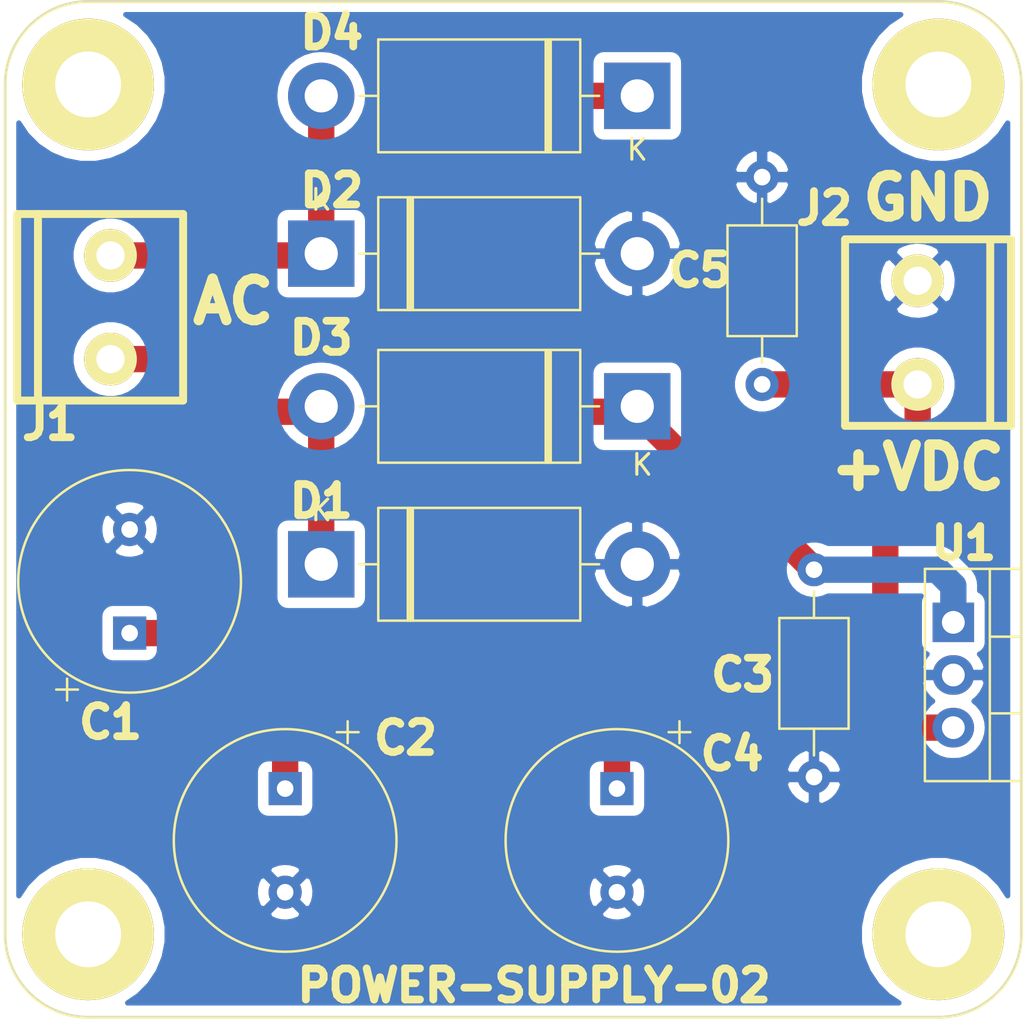
<source format=kicad_pcb>
(kicad_pcb (version 20171130) (host pcbnew "(5.0.2)-1")

  (general
    (thickness 1.6)
    (drawings 12)
    (tracks 38)
    (zones 0)
    (modules 13)
    (nets 6)
  )

  (page A4)
  (layers
    (0 F.Cu signal)
    (31 B.Cu signal)
    (32 B.Adhes user hide)
    (33 F.Adhes user hide)
    (34 B.Paste user hide)
    (35 F.Paste user hide)
    (36 B.SilkS user)
    (37 F.SilkS user)
    (38 B.Mask user)
    (39 F.Mask user)
    (40 Dwgs.User user)
    (41 Cmts.User user)
    (42 Eco1.User user hide)
    (43 Eco2.User user hide)
    (44 Edge.Cuts user)
    (45 Margin user hide)
    (46 B.CrtYd user hide)
    (47 F.CrtYd user hide)
    (48 B.Fab user hide)
    (49 F.Fab user hide)
  )

  (setup
    (last_trace_width 0.25)
    (user_trace_width 0.635)
    (user_trace_width 1.27)
    (trace_clearance 0.2)
    (zone_clearance 0.508)
    (zone_45_only no)
    (trace_min 0.2)
    (segment_width 0.2)
    (edge_width 0.05)
    (via_size 0.8)
    (via_drill 0.4)
    (via_min_size 0.4)
    (via_min_drill 0.3)
    (uvia_size 0.3)
    (uvia_drill 0.1)
    (uvias_allowed no)
    (uvia_min_size 0.2)
    (uvia_min_drill 0.1)
    (pcb_text_width 0.3)
    (pcb_text_size 1.5 1.5)
    (mod_edge_width 0.12)
    (mod_text_size 1 1)
    (mod_text_width 0.15)
    (pad_size 1.524 1.524)
    (pad_drill 0.762)
    (pad_to_mask_clearance 0.051)
    (solder_mask_min_width 0.25)
    (aux_axis_origin 0 0)
    (visible_elements 7FFFFF7F)
    (pcbplotparams
      (layerselection 0x010fc_ffffffff)
      (usegerberextensions false)
      (usegerberattributes false)
      (usegerberadvancedattributes false)
      (creategerberjobfile false)
      (excludeedgelayer true)
      (linewidth 0.100000)
      (plotframeref false)
      (viasonmask false)
      (mode 1)
      (useauxorigin false)
      (hpglpennumber 1)
      (hpglpenspeed 20)
      (hpglpendiameter 15.000000)
      (psnegative false)
      (psa4output false)
      (plotreference true)
      (plotvalue true)
      (plotinvisibletext false)
      (padsonsilk false)
      (subtractmaskfromsilk false)
      (outputformat 1)
      (mirror false)
      (drillshape 0)
      (scaleselection 1)
      (outputdirectory "plots/"))
  )

  (net 0 "")
  (net 1 /VDC)
  (net 2 /GND)
  (net 3 /5V)
  (net 4 "Net-(D1-Pad1)")
  (net 5 "Net-(D2-Pad1)")

  (net_class Default "This is the default net class."
    (clearance 0.2)
    (trace_width 0.25)
    (via_dia 0.8)
    (via_drill 0.4)
    (uvia_dia 0.3)
    (uvia_drill 0.1)
    (add_net /5V)
    (add_net /GND)
    (add_net /VDC)
    (add_net "Net-(D1-Pad1)")
    (add_net "Net-(D2-Pad1)")
  )

  (module Capacitor_THT:CP_Radial_Tantal_D10.5mm_P5.00mm (layer F.Cu) (tedit 5AE50EF0) (tstamp 5F79B9E1)
    (at 6 30.5 90)
    (descr "CP, Radial_Tantal series, Radial, pin pitch=5.00mm, , diameter=10.5mm, Tantal Electrolytic Capacitor, http://cdn-reichelt.de/documents/datenblatt/B300/TANTAL-TB-Serie%23.pdf")
    (tags "CP Radial_Tantal series Radial pin pitch 5.00mm  diameter 10.5mm Tantal Electrolytic Capacitor")
    (path /5F79D174)
    (fp_text reference C1 (at -4.298 -0.92 180) (layer F.SilkS)
      (effects (font (size 1.5 1.5) (thickness 0.45)))
    )
    (fp_text value 1200uF (at 2.5 6.5 90) (layer F.Fab)
      (effects (font (size 1 1) (thickness 0.15)))
    )
    (fp_circle (center 2.5 0) (end 7.75 0) (layer F.Fab) (width 0.1))
    (fp_circle (center 2.5 0) (end 7.87 0) (layer F.SilkS) (width 0.12))
    (fp_circle (center 2.5 0) (end 8 0) (layer F.CrtYd) (width 0.05))
    (fp_line (start -2.004387 -2.2975) (end -0.954387 -2.2975) (layer F.Fab) (width 0.1))
    (fp_line (start -1.479387 -2.8225) (end -1.479387 -1.7725) (layer F.Fab) (width 0.1))
    (fp_line (start -3.247133 -3.015) (end -2.197133 -3.015) (layer F.SilkS) (width 0.12))
    (fp_line (start -2.722133 -3.54) (end -2.722133 -2.49) (layer F.SilkS) (width 0.12))
    (fp_text user %R (at 2.5 0 90) (layer F.SilkS) hide
      (effects (font (size 1.5 1.5) (thickness 0.375)))
    )
    (pad 1 thru_hole rect (at 0 0 90) (size 1.6 1.6) (drill 0.8) (layers *.Cu *.Mask)
      (net 1 /VDC))
    (pad 2 thru_hole circle (at 5 0 90) (size 1.6 1.6) (drill 0.8) (layers *.Cu *.Mask)
      (net 2 /GND))
    (model ${KISYS3DMOD}/Capacitor_THT.3dshapes/CP_Radial_Tantal_D10.5mm_P5.00mm.wrl
      (at (xyz 0 0 0))
      (scale (xyz 1 1 1))
      (rotate (xyz 0 0 0))
    )
  )

  (module Capacitor_THT:CP_Radial_Tantal_D10.5mm_P5.00mm (layer F.Cu) (tedit 5AE50EF0) (tstamp 5F79B9EF)
    (at 13.5 38 270)
    (descr "CP, Radial_Tantal series, Radial, pin pitch=5.00mm, , diameter=10.5mm, Tantal Electrolytic Capacitor, http://cdn-reichelt.de/documents/datenblatt/B300/TANTAL-TB-Serie%23.pdf")
    (tags "CP Radial_Tantal series Radial pin pitch 5.00mm  diameter 10.5mm Tantal Electrolytic Capacitor")
    (path /5F79D6B1)
    (fp_text reference C2 (at -2.44 -5.804 180) (layer F.SilkS)
      (effects (font (size 1.5 1.5) (thickness 0.45)))
    )
    (fp_text value 1200uF (at 2.5 6.5 90) (layer F.Fab)
      (effects (font (size 1 1) (thickness 0.15)))
    )
    (fp_text user %R (at 2.5 0 90) (layer F.SilkS) hide
      (effects (font (size 1.5 1.5) (thickness 0.375)))
    )
    (fp_line (start -2.722133 -3.54) (end -2.722133 -2.49) (layer F.SilkS) (width 0.12))
    (fp_line (start -3.247133 -3.015) (end -2.197133 -3.015) (layer F.SilkS) (width 0.12))
    (fp_line (start -1.479387 -2.8225) (end -1.479387 -1.7725) (layer F.Fab) (width 0.1))
    (fp_line (start -2.004387 -2.2975) (end -0.954387 -2.2975) (layer F.Fab) (width 0.1))
    (fp_circle (center 2.5 0) (end 8 0) (layer F.CrtYd) (width 0.05))
    (fp_circle (center 2.5 0) (end 7.87 0) (layer F.SilkS) (width 0.12))
    (fp_circle (center 2.5 0) (end 7.75 0) (layer F.Fab) (width 0.1))
    (pad 2 thru_hole circle (at 5 0 270) (size 1.6 1.6) (drill 0.8) (layers *.Cu *.Mask)
      (net 2 /GND))
    (pad 1 thru_hole rect (at 0 0 270) (size 1.6 1.6) (drill 0.8) (layers *.Cu *.Mask)
      (net 1 /VDC))
    (model ${KISYS3DMOD}/Capacitor_THT.3dshapes/CP_Radial_Tantal_D10.5mm_P5.00mm.wrl
      (at (xyz 0 0 0))
      (scale (xyz 1 1 1))
      (rotate (xyz 0 0 0))
    )
  )

  (module Capacitor_THT:C_Axial_L5.1mm_D3.1mm_P10.00mm_Horizontal (layer F.Cu) (tedit 5AE50EF0) (tstamp 5F79BA06)
    (at 39 27.44 270)
    (descr "C, Axial series, Axial, Horizontal, pin pitch=10mm, , length*diameter=5.1*3.1mm^2, http://www.vishay.com/docs/45231/arseries.pdf")
    (tags "C Axial series Axial Horizontal pin pitch 10mm  length 5.1mm diameter 3.1mm")
    (path /5F79E297)
    (fp_text reference C3 (at 5.072 3.44 180) (layer F.SilkS)
      (effects (font (size 1.5 1.5) (thickness 0.45)))
    )
    (fp_text value 0.1uF (at 5 2.67 90) (layer F.Fab)
      (effects (font (size 1 1) (thickness 0.15)))
    )
    (fp_line (start 2.45 -1.55) (end 2.45 1.55) (layer F.Fab) (width 0.1))
    (fp_line (start 2.45 1.55) (end 7.55 1.55) (layer F.Fab) (width 0.1))
    (fp_line (start 7.55 1.55) (end 7.55 -1.55) (layer F.Fab) (width 0.1))
    (fp_line (start 7.55 -1.55) (end 2.45 -1.55) (layer F.Fab) (width 0.1))
    (fp_line (start 0 0) (end 2.45 0) (layer F.Fab) (width 0.1))
    (fp_line (start 10 0) (end 7.55 0) (layer F.Fab) (width 0.1))
    (fp_line (start 2.33 -1.67) (end 2.33 1.67) (layer F.SilkS) (width 0.12))
    (fp_line (start 2.33 1.67) (end 7.67 1.67) (layer F.SilkS) (width 0.12))
    (fp_line (start 7.67 1.67) (end 7.67 -1.67) (layer F.SilkS) (width 0.12))
    (fp_line (start 7.67 -1.67) (end 2.33 -1.67) (layer F.SilkS) (width 0.12))
    (fp_line (start 1.04 0) (end 2.33 0) (layer F.SilkS) (width 0.12))
    (fp_line (start 8.96 0) (end 7.67 0) (layer F.SilkS) (width 0.12))
    (fp_line (start -1.05 -1.8) (end -1.05 1.8) (layer F.CrtYd) (width 0.05))
    (fp_line (start -1.05 1.8) (end 11.05 1.8) (layer F.CrtYd) (width 0.05))
    (fp_line (start 11.05 1.8) (end 11.05 -1.8) (layer F.CrtYd) (width 0.05))
    (fp_line (start 11.05 -1.8) (end -1.05 -1.8) (layer F.CrtYd) (width 0.05))
    (fp_text user %R (at 5 0 90) (layer F.SilkS) hide
      (effects (font (size 1.5 1.5) (thickness 0.375)))
    )
    (pad 1 thru_hole circle (at 0 0 270) (size 1.6 1.6) (drill 0.8) (layers *.Cu *.Mask)
      (net 1 /VDC))
    (pad 2 thru_hole oval (at 10 0 270) (size 1.6 1.6) (drill 0.8) (layers *.Cu *.Mask)
      (net 2 /GND))
    (model ${KISYS3DMOD}/Capacitor_THT.3dshapes/C_Axial_L5.1mm_D3.1mm_P10.00mm_Horizontal.wrl
      (at (xyz 0 0 0))
      (scale (xyz 1 1 1))
      (rotate (xyz 0 0 0))
    )
  )

  (module Capacitor_THT:CP_Radial_Tantal_D10.5mm_P5.00mm (layer F.Cu) (tedit 5AE50EF0) (tstamp 5F79BA14)
    (at 29.5 38 270)
    (descr "CP, Radial_Tantal series, Radial, pin pitch=5.00mm, , diameter=10.5mm, Tantal Electrolytic Capacitor, http://cdn-reichelt.de/documents/datenblatt/B300/TANTAL-TB-Serie%23.pdf")
    (tags "CP Radial_Tantal series Radial pin pitch 5.00mm  diameter 10.5mm Tantal Electrolytic Capacitor")
    (path /5F7A7FA6)
    (fp_text reference C4 (at -1.678 -5.552 180) (layer F.SilkS)
      (effects (font (size 1.5 1.5) (thickness 0.45)))
    )
    (fp_text value CP1 (at 2.5 6.5 90) (layer F.Fab)
      (effects (font (size 1 1) (thickness 0.15)))
    )
    (fp_circle (center 2.5 0) (end 7.75 0) (layer F.Fab) (width 0.1))
    (fp_circle (center 2.5 0) (end 7.87 0) (layer F.SilkS) (width 0.12))
    (fp_circle (center 2.5 0) (end 8 0) (layer F.CrtYd) (width 0.05))
    (fp_line (start -2.004387 -2.2975) (end -0.954387 -2.2975) (layer F.Fab) (width 0.1))
    (fp_line (start -1.479387 -2.8225) (end -1.479387 -1.7725) (layer F.Fab) (width 0.1))
    (fp_line (start -3.247133 -3.015) (end -2.197133 -3.015) (layer F.SilkS) (width 0.12))
    (fp_line (start -2.722133 -3.54) (end -2.722133 -2.49) (layer F.SilkS) (width 0.12))
    (fp_text user %R (at 2.5 0 90) (layer F.SilkS) hide
      (effects (font (size 1.5 1.5) (thickness 0.375)))
    )
    (pad 1 thru_hole rect (at 0 0 270) (size 1.6 1.6) (drill 0.8) (layers *.Cu *.Mask)
      (net 3 /5V))
    (pad 2 thru_hole circle (at 5 0 270) (size 1.6 1.6) (drill 0.8) (layers *.Cu *.Mask)
      (net 2 /GND))
    (model ${KISYS3DMOD}/Capacitor_THT.3dshapes/CP_Radial_Tantal_D10.5mm_P5.00mm.wrl
      (at (xyz 0 0 0))
      (scale (xyz 1 1 1))
      (rotate (xyz 0 0 0))
    )
  )

  (module Capacitor_THT:C_Axial_L5.1mm_D3.1mm_P10.00mm_Horizontal (layer F.Cu) (tedit 5AE50EF0) (tstamp 5F79BA2B)
    (at 36.5 18.5 90)
    (descr "C, Axial series, Axial, Horizontal, pin pitch=10mm, , length*diameter=5.1*3.1mm^2, http://www.vishay.com/docs/45231/arseries.pdf")
    (tags "C Axial series Axial Horizontal pin pitch 10mm  length 5.1mm diameter 3.1mm")
    (path /5F7A947D)
    (fp_text reference C5 (at 5.5 -3 180) (layer F.SilkS)
      (effects (font (size 1.5 1.5) (thickness 0.45)))
    )
    (fp_text value 0.1uF (at 5 2.67 90) (layer F.Fab)
      (effects (font (size 1 1) (thickness 0.15)))
    )
    (fp_text user %R (at 5 0 90) (layer F.SilkS) hide
      (effects (font (size 1.5 1.5) (thickness 0.375)))
    )
    (fp_line (start 11.05 -1.8) (end -1.05 -1.8) (layer F.CrtYd) (width 0.05))
    (fp_line (start 11.05 1.8) (end 11.05 -1.8) (layer F.CrtYd) (width 0.05))
    (fp_line (start -1.05 1.8) (end 11.05 1.8) (layer F.CrtYd) (width 0.05))
    (fp_line (start -1.05 -1.8) (end -1.05 1.8) (layer F.CrtYd) (width 0.05))
    (fp_line (start 8.96 0) (end 7.67 0) (layer F.SilkS) (width 0.12))
    (fp_line (start 1.04 0) (end 2.33 0) (layer F.SilkS) (width 0.12))
    (fp_line (start 7.67 -1.67) (end 2.33 -1.67) (layer F.SilkS) (width 0.12))
    (fp_line (start 7.67 1.67) (end 7.67 -1.67) (layer F.SilkS) (width 0.12))
    (fp_line (start 2.33 1.67) (end 7.67 1.67) (layer F.SilkS) (width 0.12))
    (fp_line (start 2.33 -1.67) (end 2.33 1.67) (layer F.SilkS) (width 0.12))
    (fp_line (start 10 0) (end 7.55 0) (layer F.Fab) (width 0.1))
    (fp_line (start 0 0) (end 2.45 0) (layer F.Fab) (width 0.1))
    (fp_line (start 7.55 -1.55) (end 2.45 -1.55) (layer F.Fab) (width 0.1))
    (fp_line (start 7.55 1.55) (end 7.55 -1.55) (layer F.Fab) (width 0.1))
    (fp_line (start 2.45 1.55) (end 7.55 1.55) (layer F.Fab) (width 0.1))
    (fp_line (start 2.45 -1.55) (end 2.45 1.55) (layer F.Fab) (width 0.1))
    (pad 2 thru_hole oval (at 10 0 90) (size 1.6 1.6) (drill 0.8) (layers *.Cu *.Mask)
      (net 2 /GND))
    (pad 1 thru_hole circle (at 0 0 90) (size 1.6 1.6) (drill 0.8) (layers *.Cu *.Mask)
      (net 3 /5V))
    (model ${KISYS3DMOD}/Capacitor_THT.3dshapes/C_Axial_L5.1mm_D3.1mm_P10.00mm_Horizontal.wrl
      (at (xyz 0 0 0))
      (scale (xyz 1 1 1))
      (rotate (xyz 0 0 0))
    )
  )

  (module Diode_THT:D_DO-201AD_P15.24mm_Horizontal (layer F.Cu) (tedit 5AE50CD5) (tstamp 5F79BA4A)
    (at 15.24 27.178)
    (descr "Diode, DO-201AD series, Axial, Horizontal, pin pitch=15.24mm, , length*diameter=9.5*5.2mm^2, , http://www.diodes.com/_files/packages/DO-201AD.pdf")
    (tags "Diode DO-201AD series Axial Horizontal pin pitch 15.24mm  length 9.5mm diameter 5.2mm")
    (path /5FBEF09A)
    (fp_text reference D1 (at 0 -3.048 -180) (layer F.SilkS)
      (effects (font (size 1.5 1.5) (thickness 0.45)))
    )
    (fp_text value DIODESCH-fixed (at 7.62 3.72 -180) (layer F.Fab)
      (effects (font (size 1 1) (thickness 0.15)))
    )
    (fp_line (start 2.87 -2.6) (end 2.87 2.6) (layer F.Fab) (width 0.1))
    (fp_line (start 2.87 2.6) (end 12.37 2.6) (layer F.Fab) (width 0.1))
    (fp_line (start 12.37 2.6) (end 12.37 -2.6) (layer F.Fab) (width 0.1))
    (fp_line (start 12.37 -2.6) (end 2.87 -2.6) (layer F.Fab) (width 0.1))
    (fp_line (start 0 0) (end 2.87 0) (layer F.Fab) (width 0.1))
    (fp_line (start 15.24 0) (end 12.37 0) (layer F.Fab) (width 0.1))
    (fp_line (start 4.295 -2.6) (end 4.295 2.6) (layer F.Fab) (width 0.1))
    (fp_line (start 4.395 -2.6) (end 4.395 2.6) (layer F.Fab) (width 0.1))
    (fp_line (start 4.195 -2.6) (end 4.195 2.6) (layer F.Fab) (width 0.1))
    (fp_line (start 2.75 -2.72) (end 2.75 2.72) (layer F.SilkS) (width 0.12))
    (fp_line (start 2.75 2.72) (end 12.49 2.72) (layer F.SilkS) (width 0.12))
    (fp_line (start 12.49 2.72) (end 12.49 -2.72) (layer F.SilkS) (width 0.12))
    (fp_line (start 12.49 -2.72) (end 2.75 -2.72) (layer F.SilkS) (width 0.12))
    (fp_line (start 1.84 0) (end 2.75 0) (layer F.SilkS) (width 0.12))
    (fp_line (start 13.4 0) (end 12.49 0) (layer F.SilkS) (width 0.12))
    (fp_line (start 4.295 -2.72) (end 4.295 2.72) (layer F.SilkS) (width 0.12))
    (fp_line (start 4.415 -2.72) (end 4.415 2.72) (layer F.SilkS) (width 0.12))
    (fp_line (start 4.175 -2.72) (end 4.175 2.72) (layer F.SilkS) (width 0.12))
    (fp_line (start -1.85 -2.85) (end -1.85 2.85) (layer F.CrtYd) (width 0.05))
    (fp_line (start -1.85 2.85) (end 17.09 2.85) (layer F.CrtYd) (width 0.05))
    (fp_line (start 17.09 2.85) (end 17.09 -2.85) (layer F.CrtYd) (width 0.05))
    (fp_line (start 17.09 -2.85) (end -1.85 -2.85) (layer F.CrtYd) (width 0.05))
    (fp_text user %R (at 8.3325 0 -180) (layer F.SilkS) hide
      (effects (font (size 1.5 1.5) (thickness 0.375)))
    )
    (fp_text user K (at 0 -2.6 -180) (layer F.Fab)
      (effects (font (size 1 1) (thickness 0.15)))
    )
    (fp_text user K (at 0 -2.6 -180) (layer F.SilkS)
      (effects (font (size 1 1) (thickness 0.15)))
    )
    (pad 1 thru_hole rect (at 0 0) (size 3.2 3.2) (drill 1.6) (layers *.Cu *.Mask)
      (net 4 "Net-(D1-Pad1)"))
    (pad 2 thru_hole oval (at 15.24 0) (size 3.2 3.2) (drill 1.6) (layers *.Cu *.Mask)
      (net 2 /GND))
    (model ${KISYS3DMOD}/Diode_THT.3dshapes/D_DO-201AD_P15.24mm_Horizontal.wrl
      (at (xyz 0 0 0))
      (scale (xyz 1 1 1))
      (rotate (xyz 0 0 0))
    )
  )

  (module Diode_THT:D_DO-201AD_P15.24mm_Horizontal (layer F.Cu) (tedit 5AE50CD5) (tstamp 5F79BA69)
    (at 15.24 12.192)
    (descr "Diode, DO-201AD series, Axial, Horizontal, pin pitch=15.24mm, , length*diameter=9.5*5.2mm^2, , http://www.diodes.com/_files/packages/DO-201AD.pdf")
    (tags "Diode DO-201AD series Axial Horizontal pin pitch 15.24mm  length 9.5mm diameter 5.2mm")
    (path /5FBEF114)
    (fp_text reference D2 (at 0.508 -3.048 -180) (layer F.SilkS)
      (effects (font (size 1.5 1.5) (thickness 0.45)))
    )
    (fp_text value DIODESCH-fixed (at 7.62 3.72 -180) (layer F.Fab)
      (effects (font (size 1 1) (thickness 0.15)))
    )
    (fp_text user K (at 0 -2.6 -180) (layer F.SilkS)
      (effects (font (size 1 1) (thickness 0.15)))
    )
    (fp_text user K (at 0 -2.6 -180) (layer F.Fab)
      (effects (font (size 1 1) (thickness 0.15)))
    )
    (fp_text user %R (at 8.3325 0 -180) (layer F.SilkS) hide
      (effects (font (size 1.5 1.5) (thickness 0.375)))
    )
    (fp_line (start 17.09 -2.85) (end -1.85 -2.85) (layer F.CrtYd) (width 0.05))
    (fp_line (start 17.09 2.85) (end 17.09 -2.85) (layer F.CrtYd) (width 0.05))
    (fp_line (start -1.85 2.85) (end 17.09 2.85) (layer F.CrtYd) (width 0.05))
    (fp_line (start -1.85 -2.85) (end -1.85 2.85) (layer F.CrtYd) (width 0.05))
    (fp_line (start 4.175 -2.72) (end 4.175 2.72) (layer F.SilkS) (width 0.12))
    (fp_line (start 4.415 -2.72) (end 4.415 2.72) (layer F.SilkS) (width 0.12))
    (fp_line (start 4.295 -2.72) (end 4.295 2.72) (layer F.SilkS) (width 0.12))
    (fp_line (start 13.4 0) (end 12.49 0) (layer F.SilkS) (width 0.12))
    (fp_line (start 1.84 0) (end 2.75 0) (layer F.SilkS) (width 0.12))
    (fp_line (start 12.49 -2.72) (end 2.75 -2.72) (layer F.SilkS) (width 0.12))
    (fp_line (start 12.49 2.72) (end 12.49 -2.72) (layer F.SilkS) (width 0.12))
    (fp_line (start 2.75 2.72) (end 12.49 2.72) (layer F.SilkS) (width 0.12))
    (fp_line (start 2.75 -2.72) (end 2.75 2.72) (layer F.SilkS) (width 0.12))
    (fp_line (start 4.195 -2.6) (end 4.195 2.6) (layer F.Fab) (width 0.1))
    (fp_line (start 4.395 -2.6) (end 4.395 2.6) (layer F.Fab) (width 0.1))
    (fp_line (start 4.295 -2.6) (end 4.295 2.6) (layer F.Fab) (width 0.1))
    (fp_line (start 15.24 0) (end 12.37 0) (layer F.Fab) (width 0.1))
    (fp_line (start 0 0) (end 2.87 0) (layer F.Fab) (width 0.1))
    (fp_line (start 12.37 -2.6) (end 2.87 -2.6) (layer F.Fab) (width 0.1))
    (fp_line (start 12.37 2.6) (end 12.37 -2.6) (layer F.Fab) (width 0.1))
    (fp_line (start 2.87 2.6) (end 12.37 2.6) (layer F.Fab) (width 0.1))
    (fp_line (start 2.87 -2.6) (end 2.87 2.6) (layer F.Fab) (width 0.1))
    (pad 2 thru_hole oval (at 15.24 0) (size 3.2 3.2) (drill 1.6) (layers *.Cu *.Mask)
      (net 2 /GND))
    (pad 1 thru_hole rect (at 0 0) (size 3.2 3.2) (drill 1.6) (layers *.Cu *.Mask)
      (net 5 "Net-(D2-Pad1)"))
    (model ${KISYS3DMOD}/Diode_THT.3dshapes/D_DO-201AD_P15.24mm_Horizontal.wrl
      (at (xyz 0 0 0))
      (scale (xyz 1 1 1))
      (rotate (xyz 0 0 0))
    )
  )

  (module Diode_THT:D_DO-201AD_P15.24mm_Horizontal (layer F.Cu) (tedit 5AE50CD5) (tstamp 5F79BA88)
    (at 30.48 19.558 180)
    (descr "Diode, DO-201AD series, Axial, Horizontal, pin pitch=15.24mm, , length*diameter=9.5*5.2mm^2, , http://www.diodes.com/_files/packages/DO-201AD.pdf")
    (tags "Diode DO-201AD series Axial Horizontal pin pitch 15.24mm  length 9.5mm diameter 5.2mm")
    (path /5FBEF1B9)
    (fp_text reference D3 (at 15.24 3.302 180) (layer F.SilkS)
      (effects (font (size 1.5 1.5) (thickness 0.45)))
    )
    (fp_text value DIODESCH-fixed (at 7.62 3.72 180) (layer F.Fab)
      (effects (font (size 1 1) (thickness 0.15)))
    )
    (fp_line (start 2.87 -2.6) (end 2.87 2.6) (layer F.Fab) (width 0.1))
    (fp_line (start 2.87 2.6) (end 12.37 2.6) (layer F.Fab) (width 0.1))
    (fp_line (start 12.37 2.6) (end 12.37 -2.6) (layer F.Fab) (width 0.1))
    (fp_line (start 12.37 -2.6) (end 2.87 -2.6) (layer F.Fab) (width 0.1))
    (fp_line (start 0 0) (end 2.87 0) (layer F.Fab) (width 0.1))
    (fp_line (start 15.24 0) (end 12.37 0) (layer F.Fab) (width 0.1))
    (fp_line (start 4.295 -2.6) (end 4.295 2.6) (layer F.Fab) (width 0.1))
    (fp_line (start 4.395 -2.6) (end 4.395 2.6) (layer F.Fab) (width 0.1))
    (fp_line (start 4.195 -2.6) (end 4.195 2.6) (layer F.Fab) (width 0.1))
    (fp_line (start 2.75 -2.72) (end 2.75 2.72) (layer F.SilkS) (width 0.12))
    (fp_line (start 2.75 2.72) (end 12.49 2.72) (layer F.SilkS) (width 0.12))
    (fp_line (start 12.49 2.72) (end 12.49 -2.72) (layer F.SilkS) (width 0.12))
    (fp_line (start 12.49 -2.72) (end 2.75 -2.72) (layer F.SilkS) (width 0.12))
    (fp_line (start 1.84 0) (end 2.75 0) (layer F.SilkS) (width 0.12))
    (fp_line (start 13.4 0) (end 12.49 0) (layer F.SilkS) (width 0.12))
    (fp_line (start 4.295 -2.72) (end 4.295 2.72) (layer F.SilkS) (width 0.12))
    (fp_line (start 4.415 -2.72) (end 4.415 2.72) (layer F.SilkS) (width 0.12))
    (fp_line (start 4.175 -2.72) (end 4.175 2.72) (layer F.SilkS) (width 0.12))
    (fp_line (start -1.85 -2.85) (end -1.85 2.85) (layer F.CrtYd) (width 0.05))
    (fp_line (start -1.85 2.85) (end 17.09 2.85) (layer F.CrtYd) (width 0.05))
    (fp_line (start 17.09 2.85) (end 17.09 -2.85) (layer F.CrtYd) (width 0.05))
    (fp_line (start 17.09 -2.85) (end -1.85 -2.85) (layer F.CrtYd) (width 0.05))
    (fp_text user %R (at 8.3325 0 180) (layer F.SilkS) hide
      (effects (font (size 1.5 1.5) (thickness 0.375)))
    )
    (fp_text user K (at 0 -2.6 180) (layer F.Fab)
      (effects (font (size 1 1) (thickness 0.15)))
    )
    (fp_text user K (at -0.24 -2.82 180) (layer F.SilkS)
      (effects (font (size 1 1) (thickness 0.15)))
    )
    (pad 1 thru_hole rect (at 0 0 180) (size 3.2 3.2) (drill 1.6) (layers *.Cu *.Mask)
      (net 1 /VDC))
    (pad 2 thru_hole oval (at 15.24 0 180) (size 3.2 3.2) (drill 1.6) (layers *.Cu *.Mask)
      (net 4 "Net-(D1-Pad1)"))
    (model ${KISYS3DMOD}/Diode_THT.3dshapes/D_DO-201AD_P15.24mm_Horizontal.wrl
      (at (xyz 0 0 0))
      (scale (xyz 1 1 1))
      (rotate (xyz 0 0 0))
    )
  )

  (module Diode_THT:D_DO-201AD_P15.24mm_Horizontal (layer F.Cu) (tedit 5AE50CD5) (tstamp 5F79BAA7)
    (at 30.48 4.58 180)
    (descr "Diode, DO-201AD series, Axial, Horizontal, pin pitch=15.24mm, , length*diameter=9.5*5.2mm^2, , http://www.diodes.com/_files/packages/DO-201AD.pdf")
    (tags "Diode DO-201AD series Axial Horizontal pin pitch 15.24mm  length 9.5mm diameter 5.2mm")
    (path /5FBEF22F)
    (fp_text reference D4 (at 14.732 3.056 180) (layer F.SilkS)
      (effects (font (size 1.5 1.5) (thickness 0.45)))
    )
    (fp_text value DIODESCH-fixed (at 7.62 3.72 180) (layer F.Fab)
      (effects (font (size 1 1) (thickness 0.15)))
    )
    (fp_text user K (at 0 -2.6 180) (layer F.SilkS)
      (effects (font (size 1 1) (thickness 0.15)))
    )
    (fp_text user K (at 0 -2.6 180) (layer F.Fab)
      (effects (font (size 1 1) (thickness 0.15)))
    )
    (fp_text user %R (at 8.3325 0 180) (layer F.SilkS) hide
      (effects (font (size 1.5 1.5) (thickness 0.375)))
    )
    (fp_line (start 17.09 -2.85) (end -1.85 -2.85) (layer F.CrtYd) (width 0.05))
    (fp_line (start 17.09 2.85) (end 17.09 -2.85) (layer F.CrtYd) (width 0.05))
    (fp_line (start -1.85 2.85) (end 17.09 2.85) (layer F.CrtYd) (width 0.05))
    (fp_line (start -1.85 -2.85) (end -1.85 2.85) (layer F.CrtYd) (width 0.05))
    (fp_line (start 4.175 -2.72) (end 4.175 2.72) (layer F.SilkS) (width 0.12))
    (fp_line (start 4.415 -2.72) (end 4.415 2.72) (layer F.SilkS) (width 0.12))
    (fp_line (start 4.295 -2.72) (end 4.295 2.72) (layer F.SilkS) (width 0.12))
    (fp_line (start 13.4 0) (end 12.49 0) (layer F.SilkS) (width 0.12))
    (fp_line (start 1.84 0) (end 2.75 0) (layer F.SilkS) (width 0.12))
    (fp_line (start 12.49 -2.72) (end 2.75 -2.72) (layer F.SilkS) (width 0.12))
    (fp_line (start 12.49 2.72) (end 12.49 -2.72) (layer F.SilkS) (width 0.12))
    (fp_line (start 2.75 2.72) (end 12.49 2.72) (layer F.SilkS) (width 0.12))
    (fp_line (start 2.75 -2.72) (end 2.75 2.72) (layer F.SilkS) (width 0.12))
    (fp_line (start 4.195 -2.6) (end 4.195 2.6) (layer F.Fab) (width 0.1))
    (fp_line (start 4.395 -2.6) (end 4.395 2.6) (layer F.Fab) (width 0.1))
    (fp_line (start 4.295 -2.6) (end 4.295 2.6) (layer F.Fab) (width 0.1))
    (fp_line (start 15.24 0) (end 12.37 0) (layer F.Fab) (width 0.1))
    (fp_line (start 0 0) (end 2.87 0) (layer F.Fab) (width 0.1))
    (fp_line (start 12.37 -2.6) (end 2.87 -2.6) (layer F.Fab) (width 0.1))
    (fp_line (start 12.37 2.6) (end 12.37 -2.6) (layer F.Fab) (width 0.1))
    (fp_line (start 2.87 2.6) (end 12.37 2.6) (layer F.Fab) (width 0.1))
    (fp_line (start 2.87 -2.6) (end 2.87 2.6) (layer F.Fab) (width 0.1))
    (pad 2 thru_hole oval (at 15.24 0 180) (size 3.2 3.2) (drill 1.6) (layers *.Cu *.Mask)
      (net 5 "Net-(D2-Pad1)"))
    (pad 1 thru_hole rect (at 0 0 180) (size 3.2 3.2) (drill 1.6) (layers *.Cu *.Mask)
      (net 1 /VDC))
    (model ${KISYS3DMOD}/Diode_THT.3dshapes/D_DO-201AD_P15.24mm_Horizontal.wrl
      (at (xyz 0 0 0))
      (scale (xyz 1 1 1))
      (rotate (xyz 0 0 0))
    )
  )

  (module LandBoards_Conns:TB2-5MM (layer F.Cu) (tedit 5CF902C9) (tstamp 5F79BAB6)
    (at 5.08 17.28 90)
    (path /5F7A0325)
    (fp_text reference J1 (at -3.095 -2.92) (layer F.SilkS)
      (effects (font (size 1.5 1.5) (thickness 0.45)))
    )
    (fp_text value Conn_01x02 (at 2 5 90) (layer F.SilkS) hide
      (effects (font (size 1.524 1.524) (thickness 0.3048)))
    )
    (fp_line (start -2 -4.5) (end -2 3.5) (layer F.SilkS) (width 0.381))
    (fp_line (start 7 -4.5) (end 7 3.5) (layer F.SilkS) (width 0.381))
    (fp_line (start -2 3.5) (end 7 3.5) (layer F.SilkS) (width 0.381))
    (fp_line (start -2 -3.5) (end 7 -3.5) (layer F.SilkS) (width 0.381))
    (fp_line (start -2 -4.5) (end 7 -4.5) (layer F.SilkS) (width 0.381))
    (fp_line (start -2.27 -4.8) (end 7.25 -4.8) (layer F.CrtYd) (width 0.05))
    (fp_line (start 7.25 -4.8) (end 7.25 3.76) (layer F.CrtYd) (width 0.05))
    (fp_line (start 7.25 3.76) (end -2.27 3.76) (layer F.CrtYd) (width 0.05))
    (fp_line (start -2.27 3.76) (end -2.27 -4.8) (layer F.CrtYd) (width 0.05))
    (pad 1 thru_hole circle (at 0 0 90) (size 2.54 2.54) (drill 1.3589) (layers *.Cu *.Mask F.SilkS)
      (net 4 "Net-(D1-Pad1)"))
    (pad 2 thru_hole circle (at 5 0 90) (size 2.54 2.54) (drill 1.3589) (layers *.Cu *.Mask F.SilkS)
      (net 5 "Net-(D2-Pad1)"))
  )

  (module LandBoards_Conns:TB2-5MM (layer F.Cu) (tedit 5CF902C9) (tstamp 5F79BAC5)
    (at 44 13.5 270)
    (path /5F79F8CF)
    (fp_text reference J2 (at -3.5 4.5) (layer F.SilkS)
      (effects (font (size 1.5 1.5) (thickness 0.45)))
    )
    (fp_text value Conn_01x02 (at 2 5 90) (layer F.SilkS) hide
      (effects (font (size 1.524 1.524) (thickness 0.3048)))
    )
    (fp_line (start -2.27 3.76) (end -2.27 -4.8) (layer F.CrtYd) (width 0.05))
    (fp_line (start 7.25 3.76) (end -2.27 3.76) (layer F.CrtYd) (width 0.05))
    (fp_line (start 7.25 -4.8) (end 7.25 3.76) (layer F.CrtYd) (width 0.05))
    (fp_line (start -2.27 -4.8) (end 7.25 -4.8) (layer F.CrtYd) (width 0.05))
    (fp_line (start -2 -4.5) (end 7 -4.5) (layer F.SilkS) (width 0.381))
    (fp_line (start -2 -3.5) (end 7 -3.5) (layer F.SilkS) (width 0.381))
    (fp_line (start -2 3.5) (end 7 3.5) (layer F.SilkS) (width 0.381))
    (fp_line (start 7 -4.5) (end 7 3.5) (layer F.SilkS) (width 0.381))
    (fp_line (start -2 -4.5) (end -2 3.5) (layer F.SilkS) (width 0.381))
    (pad 2 thru_hole circle (at 5 0 270) (size 2.54 2.54) (drill 1.3589) (layers *.Cu *.Mask F.SilkS)
      (net 3 /5V))
    (pad 1 thru_hole circle (at 0 0 270) (size 2.54 2.54) (drill 1.3589) (layers *.Cu *.Mask F.SilkS)
      (net 2 /GND))
  )

  (module Package_TO_SOT_THT:TO-220-3_Vertical (layer F.Cu) (tedit 5AC8BA0D) (tstamp 5F79BADF)
    (at 45.72 29.98 270)
    (descr "TO-220-3, Vertical, RM 2.54mm, see https://www.vishay.com/docs/66542/to-220-1.pdf")
    (tags "TO-220-3 Vertical RM 2.54mm")
    (path /5F7A46B3)
    (fp_text reference U1 (at -3.818 -0.508 180) (layer F.SilkS)
      (effects (font (size 1.5 1.5) (thickness 0.45)))
    )
    (fp_text value LF50_TO220 (at 2.54 2.5 90) (layer F.Fab)
      (effects (font (size 1 1) (thickness 0.15)))
    )
    (fp_line (start -2.46 -3.15) (end -2.46 1.25) (layer F.Fab) (width 0.1))
    (fp_line (start -2.46 1.25) (end 7.54 1.25) (layer F.Fab) (width 0.1))
    (fp_line (start 7.54 1.25) (end 7.54 -3.15) (layer F.Fab) (width 0.1))
    (fp_line (start 7.54 -3.15) (end -2.46 -3.15) (layer F.Fab) (width 0.1))
    (fp_line (start -2.46 -1.88) (end 7.54 -1.88) (layer F.Fab) (width 0.1))
    (fp_line (start 0.69 -3.15) (end 0.69 -1.88) (layer F.Fab) (width 0.1))
    (fp_line (start 4.39 -3.15) (end 4.39 -1.88) (layer F.Fab) (width 0.1))
    (fp_line (start -2.58 -3.27) (end 7.66 -3.27) (layer F.SilkS) (width 0.12))
    (fp_line (start -2.58 1.371) (end 7.66 1.371) (layer F.SilkS) (width 0.12))
    (fp_line (start -2.58 -3.27) (end -2.58 1.371) (layer F.SilkS) (width 0.12))
    (fp_line (start 7.66 -3.27) (end 7.66 1.371) (layer F.SilkS) (width 0.12))
    (fp_line (start -2.58 -1.76) (end 7.66 -1.76) (layer F.SilkS) (width 0.12))
    (fp_line (start 0.69 -3.27) (end 0.69 -1.76) (layer F.SilkS) (width 0.12))
    (fp_line (start 4.391 -3.27) (end 4.391 -1.76) (layer F.SilkS) (width 0.12))
    (fp_line (start -2.71 -3.4) (end -2.71 1.51) (layer F.CrtYd) (width 0.05))
    (fp_line (start -2.71 1.51) (end 7.79 1.51) (layer F.CrtYd) (width 0.05))
    (fp_line (start 7.79 1.51) (end 7.79 -3.4) (layer F.CrtYd) (width 0.05))
    (fp_line (start 7.79 -3.4) (end -2.71 -3.4) (layer F.CrtYd) (width 0.05))
    (fp_text user %R (at -3.818 -0.508 180) (layer F.SilkS)
      (effects (font (size 1.5 1.5) (thickness 0.45)))
    )
    (pad 1 thru_hole rect (at 0 0 270) (size 1.905 2) (drill 1.1) (layers *.Cu *.Mask)
      (net 1 /VDC))
    (pad 2 thru_hole oval (at 2.54 0 270) (size 1.905 2) (drill 1.1) (layers *.Cu *.Mask)
      (net 2 /GND))
    (pad 3 thru_hole oval (at 5.08 0 270) (size 1.905 2) (drill 1.1) (layers *.Cu *.Mask)
      (net 3 /5V))
    (model ${KISYS3DMOD}/Package_TO_SOT_THT.3dshapes/TO-220-3_Vertical.wrl
      (at (xyz 0 0 0))
      (scale (xyz 1 1 1))
      (rotate (xyz 0 0 0))
    )
  )

  (module LandBoards_BoardOutlines:BD-49X49 (layer F.Cu) (tedit 524856E1) (tstamp 5F7A1A77)
    (at 0 49.03)
    (path /5F7B1D56)
    (fp_text reference B1 (at 0 1) (layer F.SilkS) hide
      (effects (font (size 1.5 1.5) (thickness 0.45)))
    )
    (fp_text value COUPON (at 0 0) (layer F.SilkS) hide
      (effects (font (size 1 1) (thickness 0.15)))
    )
    (fp_line (start 4 0) (end 45 0) (layer F.SilkS) (width 0.15))
    (fp_line (start 0 -45) (end 0 -4) (layer F.SilkS) (width 0.15))
    (fp_line (start 45 -49) (end 4 -49) (layer F.SilkS) (width 0.15))
    (fp_line (start 49 -4) (end 49 -45) (layer F.SilkS) (width 0.15))
    (fp_arc (start 4 -4) (end 4 0) (angle 90) (layer F.SilkS) (width 0.15))
    (fp_arc (start 45 -4) (end 49 -4) (angle 90) (layer F.SilkS) (width 0.15))
    (fp_arc (start 45 -45) (end 45 -49) (angle 90) (layer F.SilkS) (width 0.15))
    (fp_arc (start 4 -45) (end 0 -45) (angle 90) (layer F.SilkS) (width 0.15))
    (pad 1 thru_hole circle (at 4 -45) (size 6.35 6.35) (drill 3.175) (layers *.Cu *.Mask F.SilkS))
    (pad 2 thru_hole circle (at 45 -45) (size 6.35 6.35) (drill 3.175) (layers *.Cu *.Mask F.SilkS))
    (pad 3 thru_hole circle (at 4 -4) (size 6.35 6.35) (drill 3.175) (layers *.Cu *.Mask F.SilkS))
    (pad 4 thru_hole circle (at 45 -4) (size 6.35 6.35) (drill 3.175) (layers *.Cu *.Mask F.SilkS))
  )

  (gr_text AC (at 11 14.5) (layer F.SilkS) (tstamp 5F7A283D)
    (effects (font (size 2 2) (thickness 0.5)))
  )
  (gr_text GND (at 44.5 9.5) (layer F.SilkS) (tstamp 5F7A2081)
    (effects (font (size 2 2) (thickness 0.5)))
  )
  (gr_text +VDC (at 44 22.5) (layer F.SilkS)
    (effects (font (size 2 2) (thickness 0.5)))
  )
  (gr_text POWER-SUPPLY-02 (at 25.5 47.5) (layer F.SilkS)
    (effects (font (size 1.5 1.5) (thickness 0.375)))
  )
  (gr_arc (start 45 4) (end 49 4) (angle -90) (layer Edge.Cuts) (width 0.05))
  (gr_arc (start 45 45) (end 45 49) (angle -90) (layer Edge.Cuts) (width 0.05))
  (gr_arc (start 4 45) (end 0 45) (angle -90) (layer Edge.Cuts) (width 0.05))
  (gr_arc (start 4 4) (end 4 0) (angle -90) (layer Edge.Cuts) (width 0.05))
  (gr_line (start 0 45) (end 0 4) (layer Edge.Cuts) (width 0.05))
  (gr_line (start 4 49) (end 45 49) (layer Edge.Cuts) (width 0.05))
  (gr_line (start 49 45) (end 49 4) (layer Edge.Cuts) (width 0.05))
  (gr_line (start 4 0) (end 45 0) (layer Edge.Cuts) (width 0.05))

  (segment (start 8.07 30.5) (end 11.07 33.5) (width 1.27) (layer F.Cu) (net 1))
  (segment (start 6 30.5) (end 8.07 30.5) (width 1.27) (layer F.Cu) (net 1) (status 10))
  (segment (start 22.5 33.5) (end 25.5 30.5) (width 1.27) (layer F.Cu) (net 1))
  (segment (start 25.82 19.82) (end 25.5 19.5) (width 1.27) (layer F.Cu) (net 1))
  (segment (start 30.48 19.82) (end 25.82 19.82) (width 1.27) (layer F.Cu) (net 1) (status 10))
  (segment (start 30.48 4.58) (end 26.92 4.58) (width 1.27) (layer F.Cu) (net 1) (status 10))
  (segment (start 25.5 22.5) (end 25.5 6) (width 1.27) (layer F.Cu) (net 1))
  (segment (start 25.5 6) (end 26.92 4.58) (width 1.27) (layer F.Cu) (net 1))
  (segment (start 25.5 22.5) (end 25.5 19.5) (width 1.27) (layer F.Cu) (net 1))
  (segment (start 25.5 30.5) (end 25.5 22.5) (width 1.27) (layer F.Cu) (net 1))
  (segment (start 39 27.44) (end 35.06 23.5) (width 1.27) (layer F.Cu) (net 1) (status 10))
  (segment (start 34.16 23.5) (end 30.48 19.82) (width 1.27) (layer F.Cu) (net 1) (status 20))
  (segment (start 35.06 23.5) (end 34.16 23.5) (width 1.27) (layer F.Cu) (net 1))
  (segment (start 44.94 27.44) (end 39 27.44) (width 1.27) (layer B.Cu) (net 1) (status 20))
  (segment (start 45.72 29.98) (end 45.72 28.22) (width 1.27) (layer B.Cu) (net 1) (status 10))
  (segment (start 45.72 28.22) (end 44.94 27.44) (width 1.27) (layer B.Cu) (net 1))
  (segment (start 13.5 35.93) (end 13.5 33.5) (width 1.27) (layer F.Cu) (net 1))
  (segment (start 13.5 38) (end 13.5 35.93) (width 1.27) (layer F.Cu) (net 1))
  (segment (start 11.07 33.5) (end 13.5 33.5) (width 1.27) (layer F.Cu) (net 1))
  (segment (start 13.5 33.5) (end 22.5 33.5) (width 1.27) (layer F.Cu) (net 1))
  (segment (start 6.876051 17.28) (end 8.255 17.28) (width 1.27) (layer F.Cu) (net 4))
  (segment (start 5.08 17.28) (end 6.876051 17.28) (width 1.27) (layer F.Cu) (net 4) (status 10))
  (segment (start 10.795 19.82) (end 8.255 17.28) (width 1.27) (layer F.Cu) (net 4))
  (segment (start 15.24 19.82) (end 10.795 19.82) (width 1.27) (layer F.Cu) (net 4) (status 10))
  (segment (start 15.24 19.82) (end 15.24 27.44) (width 1.27) (layer F.Cu) (net 4) (status 30))
  (segment (start 15.16 12.28) (end 15.24 12.2) (width 1.27) (layer F.Cu) (net 5) (status 30))
  (segment (start 5.08 12.28) (end 15.16 12.28) (width 1.27) (layer F.Cu) (net 5) (status 30))
  (segment (start 15.24 4.58) (end 15.24 12.2) (width 1.27) (layer F.Cu) (net 5) (status 30))
  (segment (start 44.085 35.06) (end 45.72 35.06) (width 0.635) (layer F.Cu) (net 3) (status 20))
  (segment (start 42.44 35.06) (end 44.085 35.06) (width 0.635) (layer F.Cu) (net 3))
  (segment (start 43.45 35.06) (end 45.72 35.06) (width 1.27) (layer F.Cu) (net 3) (status 20))
  (segment (start 30.37 35.06) (end 43.45 35.06) (width 1.27) (layer F.Cu) (net 3))
  (segment (start 29.5 38) (end 29.5 35.93) (width 1.27) (layer F.Cu) (net 3) (status 10))
  (segment (start 42.44 35.06) (end 42.44 24.44) (width 1.27) (layer F.Cu) (net 3))
  (segment (start 44 22.88) (end 44 18.5) (width 1.27) (layer F.Cu) (net 3))
  (segment (start 42.44 24.44) (end 44 22.88) (width 1.27) (layer F.Cu) (net 3))
  (segment (start 36.5 18.5) (end 44 18.5) (width 1.27) (layer F.Cu) (net 3))
  (segment (start 29.5 35.93) (end 30.37 35.06) (width 1.27) (layer F.Cu) (net 3))

  (zone (net 2) (net_name /GND) (layer B.Cu) (tstamp 5F7A2865) (hatch edge 0.508)
    (connect_pads (clearance 0.508))
    (min_thickness 0.254)
    (fill yes (arc_segments 32) (thermal_gap 0.508) (thermal_bridge_width 0.508))
    (polygon
      (pts
        (xy 49 4) (xy 49 45) (xy 45 49) (xy 4 49) (xy 0 44.5)
        (xy 0 3.5) (xy 4 0) (xy 45.5 0)
      )
    )
    (filled_polygon
      (pts
        (xy 42.571267 1.07058) (xy 42.04058 1.601267) (xy 41.623622 2.225288) (xy 41.336416 2.918664) (xy 41.19 3.654748)
        (xy 41.19 4.405252) (xy 41.336416 5.141336) (xy 41.623622 5.834712) (xy 42.04058 6.458733) (xy 42.571267 6.98942)
        (xy 43.195288 7.406378) (xy 43.888664 7.693584) (xy 44.624748 7.84) (xy 45.375252 7.84) (xy 46.111336 7.693584)
        (xy 46.804712 7.406378) (xy 47.428733 6.98942) (xy 47.95942 6.458733) (xy 48.340001 5.889154) (xy 48.34 43.170845)
        (xy 47.95942 42.601267) (xy 47.428733 42.07058) (xy 46.804712 41.653622) (xy 46.111336 41.366416) (xy 45.375252 41.22)
        (xy 44.624748 41.22) (xy 43.888664 41.366416) (xy 43.195288 41.653622) (xy 42.571267 42.07058) (xy 42.04058 42.601267)
        (xy 41.623622 43.225288) (xy 41.336416 43.918664) (xy 41.19 44.654748) (xy 41.19 45.405252) (xy 41.336416 46.141336)
        (xy 41.623622 46.834712) (xy 42.04058 47.458733) (xy 42.571267 47.98942) (xy 43.095946 48.34) (xy 5.904054 48.34)
        (xy 6.428733 47.98942) (xy 6.95942 47.458733) (xy 7.376378 46.834712) (xy 7.663584 46.141336) (xy 7.81 45.405252)
        (xy 7.81 44.654748) (xy 7.678312 43.992702) (xy 12.686903 43.992702) (xy 12.758486 44.236671) (xy 13.013996 44.357571)
        (xy 13.288184 44.4263) (xy 13.570512 44.440217) (xy 13.85013 44.398787) (xy 14.116292 44.303603) (xy 14.241514 44.236671)
        (xy 14.313097 43.992702) (xy 28.686903 43.992702) (xy 28.758486 44.236671) (xy 29.013996 44.357571) (xy 29.288184 44.4263)
        (xy 29.570512 44.440217) (xy 29.85013 44.398787) (xy 30.116292 44.303603) (xy 30.241514 44.236671) (xy 30.313097 43.992702)
        (xy 29.5 43.179605) (xy 28.686903 43.992702) (xy 14.313097 43.992702) (xy 13.5 43.179605) (xy 12.686903 43.992702)
        (xy 7.678312 43.992702) (xy 7.663584 43.918664) (xy 7.376378 43.225288) (xy 7.27296 43.070512) (xy 12.059783 43.070512)
        (xy 12.101213 43.35013) (xy 12.196397 43.616292) (xy 12.263329 43.741514) (xy 12.507298 43.813097) (xy 13.320395 43)
        (xy 13.679605 43) (xy 14.492702 43.813097) (xy 14.736671 43.741514) (xy 14.857571 43.486004) (xy 14.9263 43.211816)
        (xy 14.933265 43.070512) (xy 28.059783 43.070512) (xy 28.101213 43.35013) (xy 28.196397 43.616292) (xy 28.263329 43.741514)
        (xy 28.507298 43.813097) (xy 29.320395 43) (xy 29.679605 43) (xy 30.492702 43.813097) (xy 30.736671 43.741514)
        (xy 30.857571 43.486004) (xy 30.9263 43.211816) (xy 30.940217 42.929488) (xy 30.898787 42.64987) (xy 30.803603 42.383708)
        (xy 30.736671 42.258486) (xy 30.492702 42.186903) (xy 29.679605 43) (xy 29.320395 43) (xy 28.507298 42.186903)
        (xy 28.263329 42.258486) (xy 28.142429 42.513996) (xy 28.0737 42.788184) (xy 28.059783 43.070512) (xy 14.933265 43.070512)
        (xy 14.940217 42.929488) (xy 14.898787 42.64987) (xy 14.803603 42.383708) (xy 14.736671 42.258486) (xy 14.492702 42.186903)
        (xy 13.679605 43) (xy 13.320395 43) (xy 12.507298 42.186903) (xy 12.263329 42.258486) (xy 12.142429 42.513996)
        (xy 12.0737 42.788184) (xy 12.059783 43.070512) (xy 7.27296 43.070512) (xy 6.95942 42.601267) (xy 6.428733 42.07058)
        (xy 6.334025 42.007298) (xy 12.686903 42.007298) (xy 13.5 42.820395) (xy 14.313097 42.007298) (xy 28.686903 42.007298)
        (xy 29.5 42.820395) (xy 30.313097 42.007298) (xy 30.241514 41.763329) (xy 29.986004 41.642429) (xy 29.711816 41.5737)
        (xy 29.429488 41.559783) (xy 29.14987 41.601213) (xy 28.883708 41.696397) (xy 28.758486 41.763329) (xy 28.686903 42.007298)
        (xy 14.313097 42.007298) (xy 14.241514 41.763329) (xy 13.986004 41.642429) (xy 13.711816 41.5737) (xy 13.429488 41.559783)
        (xy 13.14987 41.601213) (xy 12.883708 41.696397) (xy 12.758486 41.763329) (xy 12.686903 42.007298) (xy 6.334025 42.007298)
        (xy 5.804712 41.653622) (xy 5.111336 41.366416) (xy 4.375252 41.22) (xy 3.624748 41.22) (xy 2.888664 41.366416)
        (xy 2.195288 41.653622) (xy 1.571267 42.07058) (xy 1.04058 42.601267) (xy 0.66 43.170845) (xy 0.66 37.2)
        (xy 12.061928 37.2) (xy 12.061928 38.8) (xy 12.074188 38.924482) (xy 12.110498 39.04418) (xy 12.169463 39.154494)
        (xy 12.248815 39.251185) (xy 12.345506 39.330537) (xy 12.45582 39.389502) (xy 12.575518 39.425812) (xy 12.7 39.438072)
        (xy 14.3 39.438072) (xy 14.424482 39.425812) (xy 14.54418 39.389502) (xy 14.654494 39.330537) (xy 14.751185 39.251185)
        (xy 14.830537 39.154494) (xy 14.889502 39.04418) (xy 14.925812 38.924482) (xy 14.938072 38.8) (xy 14.938072 37.2)
        (xy 28.061928 37.2) (xy 28.061928 38.8) (xy 28.074188 38.924482) (xy 28.110498 39.04418) (xy 28.169463 39.154494)
        (xy 28.248815 39.251185) (xy 28.345506 39.330537) (xy 28.45582 39.389502) (xy 28.575518 39.425812) (xy 28.7 39.438072)
        (xy 30.3 39.438072) (xy 30.424482 39.425812) (xy 30.54418 39.389502) (xy 30.654494 39.330537) (xy 30.751185 39.251185)
        (xy 30.830537 39.154494) (xy 30.889502 39.04418) (xy 30.925812 38.924482) (xy 30.938072 38.8) (xy 30.938072 37.78904)
        (xy 37.608091 37.78904) (xy 37.70293 38.053881) (xy 37.847615 38.295131) (xy 38.036586 38.503519) (xy 38.26258 38.671037)
        (xy 38.516913 38.791246) (xy 38.650961 38.831904) (xy 38.873 38.709915) (xy 38.873 37.567) (xy 39.127 37.567)
        (xy 39.127 38.709915) (xy 39.349039 38.831904) (xy 39.483087 38.791246) (xy 39.73742 38.671037) (xy 39.963414 38.503519)
        (xy 40.152385 38.295131) (xy 40.29707 38.053881) (xy 40.391909 37.78904) (xy 40.270624 37.567) (xy 39.127 37.567)
        (xy 38.873 37.567) (xy 37.729376 37.567) (xy 37.608091 37.78904) (xy 30.938072 37.78904) (xy 30.938072 37.2)
        (xy 30.927333 37.09096) (xy 37.608091 37.09096) (xy 37.729376 37.313) (xy 38.873 37.313) (xy 38.873 36.170085)
        (xy 39.127 36.170085) (xy 39.127 37.313) (xy 40.270624 37.313) (xy 40.391909 37.09096) (xy 40.29707 36.826119)
        (xy 40.152385 36.584869) (xy 39.963414 36.376481) (xy 39.73742 36.208963) (xy 39.483087 36.088754) (xy 39.349039 36.048096)
        (xy 39.127 36.170085) (xy 38.873 36.170085) (xy 38.650961 36.048096) (xy 38.516913 36.088754) (xy 38.26258 36.208963)
        (xy 38.036586 36.376481) (xy 37.847615 36.584869) (xy 37.70293 36.826119) (xy 37.608091 37.09096) (xy 30.927333 37.09096)
        (xy 30.925812 37.075518) (xy 30.889502 36.95582) (xy 30.830537 36.845506) (xy 30.751185 36.748815) (xy 30.654494 36.669463)
        (xy 30.54418 36.610498) (xy 30.424482 36.574188) (xy 30.3 36.561928) (xy 28.7 36.561928) (xy 28.575518 36.574188)
        (xy 28.45582 36.610498) (xy 28.345506 36.669463) (xy 28.248815 36.748815) (xy 28.169463 36.845506) (xy 28.110498 36.95582)
        (xy 28.074188 37.075518) (xy 28.061928 37.2) (xy 14.938072 37.2) (xy 14.925812 37.075518) (xy 14.889502 36.95582)
        (xy 14.830537 36.845506) (xy 14.751185 36.748815) (xy 14.654494 36.669463) (xy 14.54418 36.610498) (xy 14.424482 36.574188)
        (xy 14.3 36.561928) (xy 12.7 36.561928) (xy 12.575518 36.574188) (xy 12.45582 36.610498) (xy 12.345506 36.669463)
        (xy 12.248815 36.748815) (xy 12.169463 36.845506) (xy 12.110498 36.95582) (xy 12.074188 37.075518) (xy 12.061928 37.2)
        (xy 0.66 37.2) (xy 0.66 35.06) (xy 44.077319 35.06) (xy 44.10797 35.371204) (xy 44.198745 35.670449)
        (xy 44.346155 35.946235) (xy 44.544537 36.187963) (xy 44.786265 36.386345) (xy 45.062051 36.533755) (xy 45.361296 36.62453)
        (xy 45.594514 36.6475) (xy 45.845486 36.6475) (xy 46.078704 36.62453) (xy 46.377949 36.533755) (xy 46.653735 36.386345)
        (xy 46.895463 36.187963) (xy 47.093845 35.946235) (xy 47.241255 35.670449) (xy 47.33203 35.371204) (xy 47.362681 35.06)
        (xy 47.33203 34.748796) (xy 47.241255 34.449551) (xy 47.093845 34.173765) (xy 46.895463 33.932037) (xy 46.716101 33.784837)
        (xy 46.901315 33.629437) (xy 47.095969 33.386923) (xy 47.239571 33.111094) (xy 47.310563 32.89298) (xy 47.190594 32.647)
        (xy 45.847 32.647) (xy 45.847 32.667) (xy 45.593 32.667) (xy 45.593 32.647) (xy 44.249406 32.647)
        (xy 44.129437 32.89298) (xy 44.200429 33.111094) (xy 44.344031 33.386923) (xy 44.538685 33.629437) (xy 44.723899 33.784837)
        (xy 44.544537 33.932037) (xy 44.346155 34.173765) (xy 44.198745 34.449551) (xy 44.10797 34.748796) (xy 44.077319 35.06)
        (xy 0.66 35.06) (xy 0.66 29.7) (xy 4.561928 29.7) (xy 4.561928 31.3) (xy 4.574188 31.424482)
        (xy 4.610498 31.54418) (xy 4.669463 31.654494) (xy 4.748815 31.751185) (xy 4.845506 31.830537) (xy 4.95582 31.889502)
        (xy 5.075518 31.925812) (xy 5.2 31.938072) (xy 6.8 31.938072) (xy 6.924482 31.925812) (xy 7.04418 31.889502)
        (xy 7.154494 31.830537) (xy 7.251185 31.751185) (xy 7.330537 31.654494) (xy 7.389502 31.54418) (xy 7.425812 31.424482)
        (xy 7.438072 31.3) (xy 7.438072 29.7) (xy 7.425812 29.575518) (xy 7.389502 29.45582) (xy 7.330537 29.345506)
        (xy 7.251185 29.248815) (xy 7.154494 29.169463) (xy 7.04418 29.110498) (xy 6.924482 29.074188) (xy 6.8 29.061928)
        (xy 5.2 29.061928) (xy 5.075518 29.074188) (xy 4.95582 29.110498) (xy 4.845506 29.169463) (xy 4.748815 29.248815)
        (xy 4.669463 29.345506) (xy 4.610498 29.45582) (xy 4.574188 29.575518) (xy 4.561928 29.7) (xy 0.66 29.7)
        (xy 0.66 26.492702) (xy 5.186903 26.492702) (xy 5.258486 26.736671) (xy 5.513996 26.857571) (xy 5.788184 26.9263)
        (xy 6.070512 26.940217) (xy 6.35013 26.898787) (xy 6.616292 26.803603) (xy 6.741514 26.736671) (xy 6.813097 26.492702)
        (xy 6 25.679605) (xy 5.186903 26.492702) (xy 0.66 26.492702) (xy 0.66 25.570512) (xy 4.559783 25.570512)
        (xy 4.601213 25.85013) (xy 4.696397 26.116292) (xy 4.763329 26.241514) (xy 5.007298 26.313097) (xy 5.820395 25.5)
        (xy 6.179605 25.5) (xy 6.992702 26.313097) (xy 7.236671 26.241514) (xy 7.357571 25.986004) (xy 7.4263 25.711816)
        (xy 7.432896 25.578) (xy 13.001928 25.578) (xy 13.001928 28.778) (xy 13.014188 28.902482) (xy 13.050498 29.02218)
        (xy 13.109463 29.132494) (xy 13.188815 29.229185) (xy 13.285506 29.308537) (xy 13.39582 29.367502) (xy 13.515518 29.403812)
        (xy 13.64 29.416072) (xy 16.84 29.416072) (xy 16.964482 29.403812) (xy 17.08418 29.367502) (xy 17.194494 29.308537)
        (xy 17.291185 29.229185) (xy 17.370537 29.132494) (xy 17.429502 29.02218) (xy 17.465812 28.902482) (xy 17.478072 28.778)
        (xy 17.478072 27.652503) (xy 28.29595 27.652503) (xy 28.400407 27.996861) (xy 28.600118 28.386835) (xy 28.872071 28.730354)
        (xy 29.205816 29.014217) (xy 29.588527 29.227516) (xy 30.005497 29.362053) (xy 30.353 29.250642) (xy 30.353 27.305)
        (xy 30.607 27.305) (xy 30.607 29.250642) (xy 30.954503 29.362053) (xy 31.371473 29.227516) (xy 31.754184 29.014217)
        (xy 32.087929 28.730354) (xy 32.359882 28.386835) (xy 32.559593 27.996861) (xy 32.66405 27.652503) (xy 32.552362 27.305)
        (xy 30.607 27.305) (xy 30.353 27.305) (xy 28.407638 27.305) (xy 28.29595 27.652503) (xy 17.478072 27.652503)
        (xy 17.478072 27.298665) (xy 37.565 27.298665) (xy 37.565 27.581335) (xy 37.620147 27.858574) (xy 37.72832 28.119727)
        (xy 37.885363 28.354759) (xy 38.085241 28.554637) (xy 38.320273 28.71168) (xy 38.581426 28.819853) (xy 38.858665 28.875)
        (xy 39.141335 28.875) (xy 39.418574 28.819853) (xy 39.679727 28.71168) (xy 39.682241 28.71) (xy 44.169689 28.71)
        (xy 44.130498 28.78332) (xy 44.094188 28.903018) (xy 44.081928 29.0275) (xy 44.081928 30.9325) (xy 44.094188 31.056982)
        (xy 44.130498 31.17668) (xy 44.189463 31.286994) (xy 44.268815 31.383685) (xy 44.365506 31.463037) (xy 44.457219 31.512059)
        (xy 44.344031 31.653077) (xy 44.200429 31.928906) (xy 44.129437 32.14702) (xy 44.249406 32.393) (xy 45.593 32.393)
        (xy 45.593 32.373) (xy 45.847 32.373) (xy 45.847 32.393) (xy 47.190594 32.393) (xy 47.310563 32.14702)
        (xy 47.239571 31.928906) (xy 47.095969 31.653077) (xy 46.982781 31.512059) (xy 47.074494 31.463037) (xy 47.171185 31.383685)
        (xy 47.250537 31.286994) (xy 47.309502 31.17668) (xy 47.345812 31.056982) (xy 47.358072 30.9325) (xy 47.358072 29.0275)
        (xy 47.345812 28.903018) (xy 47.309502 28.78332) (xy 47.250537 28.673006) (xy 47.171185 28.576315) (xy 47.074494 28.496963)
        (xy 46.99 28.451799) (xy 46.99 28.28238) (xy 46.996144 28.22) (xy 46.971623 27.971037) (xy 46.899003 27.731641)
        (xy 46.818663 27.581335) (xy 46.781075 27.511012) (xy 46.62237 27.31763) (xy 46.573909 27.277859) (xy 45.882141 26.586091)
        (xy 45.84237 26.53763) (xy 45.648988 26.378925) (xy 45.428359 26.260997) (xy 45.188963 26.188377) (xy 45.00238 26.17)
        (xy 45.002373 26.17) (xy 44.94 26.163857) (xy 44.877627 26.17) (xy 39.682241 26.17) (xy 39.679727 26.16832)
        (xy 39.418574 26.060147) (xy 39.141335 26.005) (xy 38.858665 26.005) (xy 38.581426 26.060147) (xy 38.320273 26.16832)
        (xy 38.085241 26.325363) (xy 37.885363 26.525241) (xy 37.72832 26.760273) (xy 37.620147 27.021426) (xy 37.565 27.298665)
        (xy 17.478072 27.298665) (xy 17.478072 26.703497) (xy 28.29595 26.703497) (xy 28.407638 27.051) (xy 30.353 27.051)
        (xy 30.353 25.105358) (xy 30.607 25.105358) (xy 30.607 27.051) (xy 32.552362 27.051) (xy 32.66405 26.703497)
        (xy 32.559593 26.359139) (xy 32.359882 25.969165) (xy 32.087929 25.625646) (xy 31.754184 25.341783) (xy 31.371473 25.128484)
        (xy 30.954503 24.993947) (xy 30.607 25.105358) (xy 30.353 25.105358) (xy 30.005497 24.993947) (xy 29.588527 25.128484)
        (xy 29.205816 25.341783) (xy 28.872071 25.625646) (xy 28.600118 25.969165) (xy 28.400407 26.359139) (xy 28.29595 26.703497)
        (xy 17.478072 26.703497) (xy 17.478072 25.578) (xy 17.465812 25.453518) (xy 17.429502 25.33382) (xy 17.370537 25.223506)
        (xy 17.291185 25.126815) (xy 17.194494 25.047463) (xy 17.08418 24.988498) (xy 16.964482 24.952188) (xy 16.84 24.939928)
        (xy 13.64 24.939928) (xy 13.515518 24.952188) (xy 13.39582 24.988498) (xy 13.285506 25.047463) (xy 13.188815 25.126815)
        (xy 13.109463 25.223506) (xy 13.050498 25.33382) (xy 13.014188 25.453518) (xy 13.001928 25.578) (xy 7.432896 25.578)
        (xy 7.440217 25.429488) (xy 7.398787 25.14987) (xy 7.303603 24.883708) (xy 7.236671 24.758486) (xy 6.992702 24.686903)
        (xy 6.179605 25.5) (xy 5.820395 25.5) (xy 5.007298 24.686903) (xy 4.763329 24.758486) (xy 4.642429 25.013996)
        (xy 4.5737 25.288184) (xy 4.559783 25.570512) (xy 0.66 25.570512) (xy 0.66 24.507298) (xy 5.186903 24.507298)
        (xy 6 25.320395) (xy 6.813097 24.507298) (xy 6.741514 24.263329) (xy 6.486004 24.142429) (xy 6.211816 24.0737)
        (xy 5.929488 24.059783) (xy 5.64987 24.101213) (xy 5.383708 24.196397) (xy 5.258486 24.263329) (xy 5.186903 24.507298)
        (xy 0.66 24.507298) (xy 0.66 19.558) (xy 12.994186 19.558) (xy 13.037339 19.996137) (xy 13.165138 20.417436)
        (xy 13.372674 20.805707) (xy 13.65197 21.14603) (xy 13.992293 21.425326) (xy 14.380564 21.632862) (xy 14.801863 21.760661)
        (xy 15.130204 21.793) (xy 15.349796 21.793) (xy 15.678137 21.760661) (xy 16.099436 21.632862) (xy 16.487707 21.425326)
        (xy 16.82803 21.14603) (xy 17.107326 20.805707) (xy 17.314862 20.417436) (xy 17.442661 19.996137) (xy 17.485814 19.558)
        (xy 17.442661 19.119863) (xy 17.314862 18.698564) (xy 17.107326 18.310293) (xy 16.82803 17.96997) (xy 16.813445 17.958)
        (xy 28.241928 17.958) (xy 28.241928 21.158) (xy 28.254188 21.282482) (xy 28.290498 21.40218) (xy 28.349463 21.512494)
        (xy 28.428815 21.609185) (xy 28.525506 21.688537) (xy 28.63582 21.747502) (xy 28.755518 21.783812) (xy 28.88 21.796072)
        (xy 32.08 21.796072) (xy 32.204482 21.783812) (xy 32.32418 21.747502) (xy 32.434494 21.688537) (xy 32.531185 21.609185)
        (xy 32.610537 21.512494) (xy 32.669502 21.40218) (xy 32.705812 21.282482) (xy 32.718072 21.158) (xy 32.718072 18.358665)
        (xy 35.065 18.358665) (xy 35.065 18.641335) (xy 35.120147 18.918574) (xy 35.22832 19.179727) (xy 35.385363 19.414759)
        (xy 35.585241 19.614637) (xy 35.820273 19.77168) (xy 36.081426 19.879853) (xy 36.358665 19.935) (xy 36.641335 19.935)
        (xy 36.918574 19.879853) (xy 37.179727 19.77168) (xy 37.414759 19.614637) (xy 37.614637 19.414759) (xy 37.77168 19.179727)
        (xy 37.879853 18.918574) (xy 37.935 18.641335) (xy 37.935 18.358665) (xy 37.925793 18.312374) (xy 42.095 18.312374)
        (xy 42.095 18.687626) (xy 42.168209 19.055668) (xy 42.311811 19.402356) (xy 42.52029 19.714366) (xy 42.785634 19.97971)
        (xy 43.097644 20.188189) (xy 43.444332 20.331791) (xy 43.812374 20.405) (xy 44.187626 20.405) (xy 44.555668 20.331791)
        (xy 44.902356 20.188189) (xy 45.214366 19.97971) (xy 45.47971 19.714366) (xy 45.688189 19.402356) (xy 45.831791 19.055668)
        (xy 45.905 18.687626) (xy 45.905 18.312374) (xy 45.831791 17.944332) (xy 45.688189 17.597644) (xy 45.47971 17.285634)
        (xy 45.214366 17.02029) (xy 44.902356 16.811811) (xy 44.555668 16.668209) (xy 44.187626 16.595) (xy 43.812374 16.595)
        (xy 43.444332 16.668209) (xy 43.097644 16.811811) (xy 42.785634 17.02029) (xy 42.52029 17.285634) (xy 42.311811 17.597644)
        (xy 42.168209 17.944332) (xy 42.095 18.312374) (xy 37.925793 18.312374) (xy 37.879853 18.081426) (xy 37.77168 17.820273)
        (xy 37.614637 17.585241) (xy 37.414759 17.385363) (xy 37.179727 17.22832) (xy 36.918574 17.120147) (xy 36.641335 17.065)
        (xy 36.358665 17.065) (xy 36.081426 17.120147) (xy 35.820273 17.22832) (xy 35.585241 17.385363) (xy 35.385363 17.585241)
        (xy 35.22832 17.820273) (xy 35.120147 18.081426) (xy 35.065 18.358665) (xy 32.718072 18.358665) (xy 32.718072 17.958)
        (xy 32.705812 17.833518) (xy 32.669502 17.71382) (xy 32.610537 17.603506) (xy 32.531185 17.506815) (xy 32.434494 17.427463)
        (xy 32.32418 17.368498) (xy 32.204482 17.332188) (xy 32.08 17.319928) (xy 28.88 17.319928) (xy 28.755518 17.332188)
        (xy 28.63582 17.368498) (xy 28.525506 17.427463) (xy 28.428815 17.506815) (xy 28.349463 17.603506) (xy 28.290498 17.71382)
        (xy 28.254188 17.833518) (xy 28.241928 17.958) (xy 16.813445 17.958) (xy 16.487707 17.690674) (xy 16.099436 17.483138)
        (xy 15.678137 17.355339) (xy 15.349796 17.323) (xy 15.130204 17.323) (xy 14.801863 17.355339) (xy 14.380564 17.483138)
        (xy 13.992293 17.690674) (xy 13.65197 17.96997) (xy 13.372674 18.310293) (xy 13.165138 18.698564) (xy 13.037339 19.119863)
        (xy 12.994186 19.558) (xy 0.66 19.558) (xy 0.66 17.092374) (xy 3.175 17.092374) (xy 3.175 17.467626)
        (xy 3.248209 17.835668) (xy 3.391811 18.182356) (xy 3.60029 18.494366) (xy 3.865634 18.75971) (xy 4.177644 18.968189)
        (xy 4.524332 19.111791) (xy 4.892374 19.185) (xy 5.267626 19.185) (xy 5.635668 19.111791) (xy 5.982356 18.968189)
        (xy 6.294366 18.75971) (xy 6.55971 18.494366) (xy 6.768189 18.182356) (xy 6.911791 17.835668) (xy 6.985 17.467626)
        (xy 6.985 17.092374) (xy 6.911791 16.724332) (xy 6.768189 16.377644) (xy 6.55971 16.065634) (xy 6.294366 15.80029)
        (xy 5.982356 15.591811) (xy 5.635668 15.448209) (xy 5.267626 15.375) (xy 4.892374 15.375) (xy 4.524332 15.448209)
        (xy 4.177644 15.591811) (xy 3.865634 15.80029) (xy 3.60029 16.065634) (xy 3.391811 16.377644) (xy 3.248209 16.724332)
        (xy 3.175 17.092374) (xy 0.66 17.092374) (xy 0.66 14.827852) (xy 42.851753 14.827852) (xy 42.980076 15.119871)
        (xy 43.315695 15.287723) (xy 43.677611 15.386874) (xy 44.051916 15.413514) (xy 44.424227 15.366618) (xy 44.780235 15.247988)
        (xy 45.019924 15.119871) (xy 45.148247 14.827852) (xy 44 13.679605) (xy 42.851753 14.827852) (xy 0.66 14.827852)
        (xy 0.66 12.092374) (xy 3.175 12.092374) (xy 3.175 12.467626) (xy 3.248209 12.835668) (xy 3.391811 13.182356)
        (xy 3.60029 13.494366) (xy 3.865634 13.75971) (xy 4.177644 13.968189) (xy 4.524332 14.111791) (xy 4.892374 14.185)
        (xy 5.267626 14.185) (xy 5.635668 14.111791) (xy 5.982356 13.968189) (xy 6.294366 13.75971) (xy 6.55971 13.494366)
        (xy 6.768189 13.182356) (xy 6.911791 12.835668) (xy 6.985 12.467626) (xy 6.985 12.092374) (xy 6.911791 11.724332)
        (xy 6.768189 11.377644) (xy 6.55971 11.065634) (xy 6.294366 10.80029) (xy 5.982639 10.592) (xy 13.001928 10.592)
        (xy 13.001928 13.792) (xy 13.014188 13.916482) (xy 13.050498 14.03618) (xy 13.109463 14.146494) (xy 13.188815 14.243185)
        (xy 13.285506 14.322537) (xy 13.39582 14.381502) (xy 13.515518 14.417812) (xy 13.64 14.430072) (xy 16.84 14.430072)
        (xy 16.964482 14.417812) (xy 17.08418 14.381502) (xy 17.194494 14.322537) (xy 17.291185 14.243185) (xy 17.370537 14.146494)
        (xy 17.429502 14.03618) (xy 17.465812 13.916482) (xy 17.478072 13.792) (xy 17.478072 12.666503) (xy 28.29595 12.666503)
        (xy 28.400407 13.010861) (xy 28.600118 13.400835) (xy 28.872071 13.744354) (xy 29.205816 14.028217) (xy 29.588527 14.241516)
        (xy 30.005497 14.376053) (xy 30.353 14.264642) (xy 30.353 12.319) (xy 30.607 12.319) (xy 30.607 14.264642)
        (xy 30.954503 14.376053) (xy 31.371473 14.241516) (xy 31.754184 14.028217) (xy 32.087929 13.744354) (xy 32.240276 13.551916)
        (xy 42.086486 13.551916) (xy 42.133382 13.924227) (xy 42.252012 14.280235) (xy 42.380129 14.519924) (xy 42.672148 14.648247)
        (xy 43.820395 13.5) (xy 44.179605 13.5) (xy 45.327852 14.648247) (xy 45.619871 14.519924) (xy 45.787723 14.184305)
        (xy 45.886874 13.822389) (xy 45.913514 13.448084) (xy 45.866618 13.075773) (xy 45.747988 12.719765) (xy 45.619871 12.480076)
        (xy 45.327852 12.351753) (xy 44.179605 13.5) (xy 43.820395 13.5) (xy 42.672148 12.351753) (xy 42.380129 12.480076)
        (xy 42.212277 12.815695) (xy 42.113126 13.177611) (xy 42.086486 13.551916) (xy 32.240276 13.551916) (xy 32.359882 13.400835)
        (xy 32.559593 13.010861) (xy 32.66405 12.666503) (xy 32.552362 12.319) (xy 30.607 12.319) (xy 30.353 12.319)
        (xy 28.407638 12.319) (xy 28.29595 12.666503) (xy 17.478072 12.666503) (xy 17.478072 12.172148) (xy 42.851753 12.172148)
        (xy 44 13.320395) (xy 45.148247 12.172148) (xy 45.019924 11.880129) (xy 44.684305 11.712277) (xy 44.322389 11.613126)
        (xy 43.948084 11.586486) (xy 43.575773 11.633382) (xy 43.219765 11.752012) (xy 42.980076 11.880129) (xy 42.851753 12.172148)
        (xy 17.478072 12.172148) (xy 17.478072 11.717497) (xy 28.29595 11.717497) (xy 28.407638 12.065) (xy 30.353 12.065)
        (xy 30.353 10.119358) (xy 30.607 10.119358) (xy 30.607 12.065) (xy 32.552362 12.065) (xy 32.66405 11.717497)
        (xy 32.559593 11.373139) (xy 32.359882 10.983165) (xy 32.087929 10.639646) (xy 31.754184 10.355783) (xy 31.371473 10.142484)
        (xy 30.954503 10.007947) (xy 30.607 10.119358) (xy 30.353 10.119358) (xy 30.005497 10.007947) (xy 29.588527 10.142484)
        (xy 29.205816 10.355783) (xy 28.872071 10.639646) (xy 28.600118 10.983165) (xy 28.400407 11.373139) (xy 28.29595 11.717497)
        (xy 17.478072 11.717497) (xy 17.478072 10.592) (xy 17.465812 10.467518) (xy 17.429502 10.34782) (xy 17.370537 10.237506)
        (xy 17.291185 10.140815) (xy 17.194494 10.061463) (xy 17.08418 10.002498) (xy 16.964482 9.966188) (xy 16.84 9.953928)
        (xy 13.64 9.953928) (xy 13.515518 9.966188) (xy 13.39582 10.002498) (xy 13.285506 10.061463) (xy 13.188815 10.140815)
        (xy 13.109463 10.237506) (xy 13.050498 10.34782) (xy 13.014188 10.467518) (xy 13.001928 10.592) (xy 5.982639 10.592)
        (xy 5.982356 10.591811) (xy 5.635668 10.448209) (xy 5.267626 10.375) (xy 4.892374 10.375) (xy 4.524332 10.448209)
        (xy 4.177644 10.591811) (xy 3.865634 10.80029) (xy 3.60029 11.065634) (xy 3.391811 11.377644) (xy 3.248209 11.724332)
        (xy 3.175 12.092374) (xy 0.66 12.092374) (xy 0.66 8.84904) (xy 35.108091 8.84904) (xy 35.20293 9.113881)
        (xy 35.347615 9.355131) (xy 35.536586 9.563519) (xy 35.76258 9.731037) (xy 36.016913 9.851246) (xy 36.150961 9.891904)
        (xy 36.373 9.769915) (xy 36.373 8.627) (xy 36.627 8.627) (xy 36.627 9.769915) (xy 36.849039 9.891904)
        (xy 36.983087 9.851246) (xy 37.23742 9.731037) (xy 37.463414 9.563519) (xy 37.652385 9.355131) (xy 37.79707 9.113881)
        (xy 37.891909 8.84904) (xy 37.770624 8.627) (xy 36.627 8.627) (xy 36.373 8.627) (xy 35.229376 8.627)
        (xy 35.108091 8.84904) (xy 0.66 8.84904) (xy 0.66 8.15096) (xy 35.108091 8.15096) (xy 35.229376 8.373)
        (xy 36.373 8.373) (xy 36.373 7.230085) (xy 36.627 7.230085) (xy 36.627 8.373) (xy 37.770624 8.373)
        (xy 37.891909 8.15096) (xy 37.79707 7.886119) (xy 37.652385 7.644869) (xy 37.463414 7.436481) (xy 37.23742 7.268963)
        (xy 36.983087 7.148754) (xy 36.849039 7.108096) (xy 36.627 7.230085) (xy 36.373 7.230085) (xy 36.150961 7.108096)
        (xy 36.016913 7.148754) (xy 35.76258 7.268963) (xy 35.536586 7.436481) (xy 35.347615 7.644869) (xy 35.20293 7.886119)
        (xy 35.108091 8.15096) (xy 0.66 8.15096) (xy 0.66 5.889155) (xy 1.04058 6.458733) (xy 1.571267 6.98942)
        (xy 2.195288 7.406378) (xy 2.888664 7.693584) (xy 3.624748 7.84) (xy 4.375252 7.84) (xy 5.111336 7.693584)
        (xy 5.804712 7.406378) (xy 6.428733 6.98942) (xy 6.95942 6.458733) (xy 7.376378 5.834712) (xy 7.663584 5.141336)
        (xy 7.77524 4.58) (xy 12.994186 4.58) (xy 13.037339 5.018137) (xy 13.165138 5.439436) (xy 13.372674 5.827707)
        (xy 13.65197 6.16803) (xy 13.992293 6.447326) (xy 14.380564 6.654862) (xy 14.801863 6.782661) (xy 15.130204 6.815)
        (xy 15.349796 6.815) (xy 15.678137 6.782661) (xy 16.099436 6.654862) (xy 16.487707 6.447326) (xy 16.82803 6.16803)
        (xy 17.107326 5.827707) (xy 17.314862 5.439436) (xy 17.442661 5.018137) (xy 17.485814 4.58) (xy 17.442661 4.141863)
        (xy 17.314862 3.720564) (xy 17.107326 3.332293) (xy 16.82803 2.99197) (xy 16.813445 2.98) (xy 28.241928 2.98)
        (xy 28.241928 6.18) (xy 28.254188 6.304482) (xy 28.290498 6.42418) (xy 28.349463 6.534494) (xy 28.428815 6.631185)
        (xy 28.525506 6.710537) (xy 28.63582 6.769502) (xy 28.755518 6.805812) (xy 28.88 6.818072) (xy 32.08 6.818072)
        (xy 32.204482 6.805812) (xy 32.32418 6.769502) (xy 32.434494 6.710537) (xy 32.531185 6.631185) (xy 32.610537 6.534494)
        (xy 32.669502 6.42418) (xy 32.705812 6.304482) (xy 32.718072 6.18) (xy 32.718072 2.98) (xy 32.705812 2.855518)
        (xy 32.669502 2.73582) (xy 32.610537 2.625506) (xy 32.531185 2.528815) (xy 32.434494 2.449463) (xy 32.32418 2.390498)
        (xy 32.204482 2.354188) (xy 32.08 2.341928) (xy 28.88 2.341928) (xy 28.755518 2.354188) (xy 28.63582 2.390498)
        (xy 28.525506 2.449463) (xy 28.428815 2.528815) (xy 28.349463 2.625506) (xy 28.290498 2.73582) (xy 28.254188 2.855518)
        (xy 28.241928 2.98) (xy 16.813445 2.98) (xy 16.487707 2.712674) (xy 16.099436 2.505138) (xy 15.678137 2.377339)
        (xy 15.349796 2.345) (xy 15.130204 2.345) (xy 14.801863 2.377339) (xy 14.380564 2.505138) (xy 13.992293 2.712674)
        (xy 13.65197 2.99197) (xy 13.372674 3.332293) (xy 13.165138 3.720564) (xy 13.037339 4.141863) (xy 12.994186 4.58)
        (xy 7.77524 4.58) (xy 7.81 4.405252) (xy 7.81 3.654748) (xy 7.663584 2.918664) (xy 7.376378 2.225288)
        (xy 6.95942 1.601267) (xy 6.428733 1.07058) (xy 5.814257 0.66) (xy 43.185743 0.66)
      )
    )
  )
)

</source>
